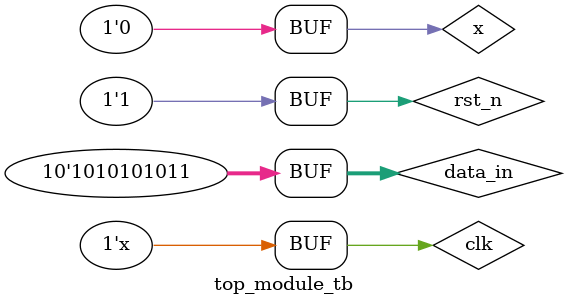
<source format=v>
`timescale 1ns / 1ps
 
module top_module_tb;
  reg clk;
  reg rst_n;
  reg x ; 
  reg [9:0] data_in;
  wire [4:0] ones_out;
  wire z;
 
  top_module uut (
    .clk(clk),
    .rst_n(rst_n),
    .x(x), 
    .data_in(data_in),
    .ones_out(ones_out),
    .z(z)
  );
 
  always begin
    #2 clk = ~clk;
  end

  initial begin
    x = 0;
    #1 rst_n = 0;
    #2 rst_n = 1;
    
    clk = 0;
   
    data_in = 10'b1010101010;
    #20 data_in = 10'b1100110011;  
    #20 data_in = 10'b0010101010; 
    #20 data_in = 10'b1010101011; 
    #20 data_in = 10'b0010101010; 
    #20 data_in = 10'b1010101011; 
  
    
    #4 x = 1;
    #4 x = 1;
    #4 x = 0;
    #4 x = 1;
    #4 x = 0;
    #4 x = 1;
    #4 x = 0;
    #4 x = 1;
    #4 x = 0;
    #4 x = 1;
    #4 x = 0;
    #10;
  end
   always @(posedge clk)  
   begin
      $monitor("///ONES/////data_in = %b, ones_out = %d", data_in, ones_out );
     $monitor("//FSM/////%0t: input = %0b, detected = %0b", $time, x, z);
    
  end

endmodule

</source>
